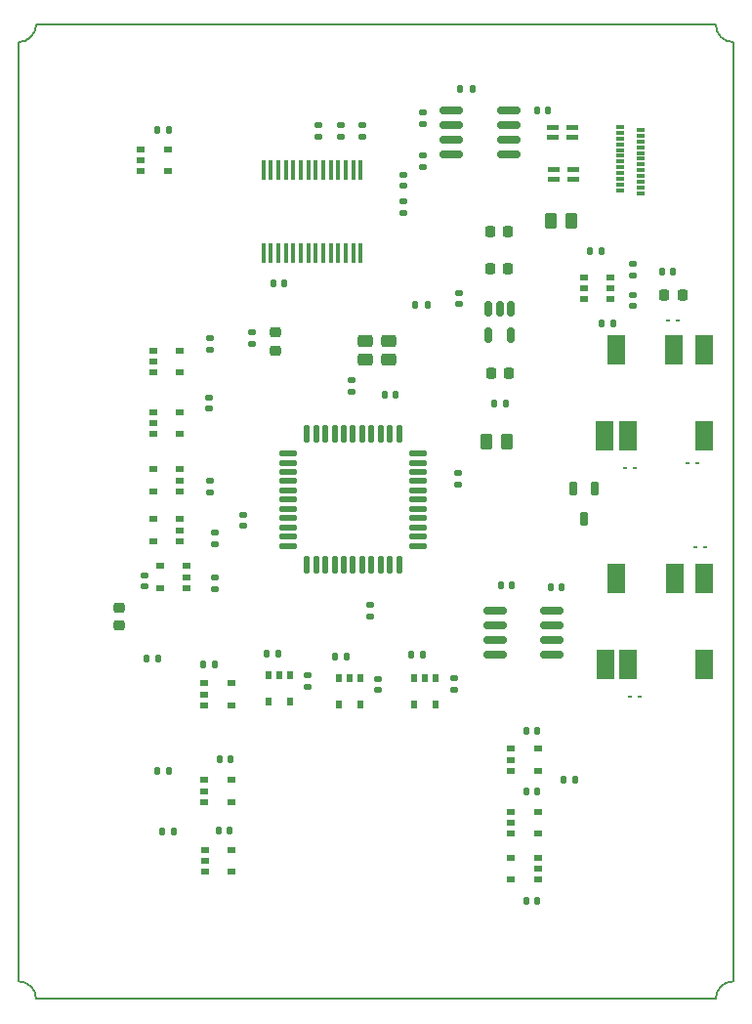
<source format=gbr>
%TF.GenerationSoftware,KiCad,Pcbnew,9.0.0*%
%TF.CreationDate,2025-08-15T00:34:50+01:00*%
%TF.ProjectId,FastStepper,46617374-5374-4657-9070-65722e6b6963,rev?*%
%TF.SameCoordinates,PX71f712cPY8e18f40*%
%TF.FileFunction,Paste,Top*%
%TF.FilePolarity,Positive*%
%FSLAX46Y46*%
G04 Gerber Fmt 4.6, Leading zero omitted, Abs format (unit mm)*
G04 Created by KiCad (PCBNEW 9.0.0) date 2025-08-15 00:34:50*
%MOMM*%
%LPD*%
G01*
G04 APERTURE LIST*
G04 Aperture macros list*
%AMRoundRect*
0 Rectangle with rounded corners*
0 $1 Rounding radius*
0 $2 $3 $4 $5 $6 $7 $8 $9 X,Y pos of 4 corners*
0 Add a 4 corners polygon primitive as box body*
4,1,4,$2,$3,$4,$5,$6,$7,$8,$9,$2,$3,0*
0 Add four circle primitives for the rounded corners*
1,1,$1+$1,$2,$3*
1,1,$1+$1,$4,$5*
1,1,$1+$1,$6,$7*
1,1,$1+$1,$8,$9*
0 Add four rect primitives between the rounded corners*
20,1,$1+$1,$2,$3,$4,$5,0*
20,1,$1+$1,$4,$5,$6,$7,0*
20,1,$1+$1,$6,$7,$8,$9,0*
20,1,$1+$1,$8,$9,$2,$3,0*%
G04 Aperture macros list end*
%ADD10C,0.010000*%
%ADD11RoundRect,0.140000X0.170000X-0.140000X0.170000X0.140000X-0.170000X0.140000X-0.170000X-0.140000X0*%
%ADD12RoundRect,0.135000X0.185000X-0.135000X0.185000X0.135000X-0.185000X0.135000X-0.185000X-0.135000X0*%
%ADD13RoundRect,0.140000X-0.170000X0.140000X-0.170000X-0.140000X0.170000X-0.140000X0.170000X0.140000X0*%
%ADD14RoundRect,0.135000X-0.135000X-0.185000X0.135000X-0.185000X0.135000X0.185000X-0.135000X0.185000X0*%
%ADD15RoundRect,0.225000X-0.225000X-0.250000X0.225000X-0.250000X0.225000X0.250000X-0.225000X0.250000X0*%
%ADD16RoundRect,0.140000X0.140000X0.170000X-0.140000X0.170000X-0.140000X-0.170000X0.140000X-0.170000X0*%
%ADD17RoundRect,0.250000X0.400000X0.300000X-0.400000X0.300000X-0.400000X-0.300000X0.400000X-0.300000X0*%
%ADD18R,0.700000X0.510000*%
%ADD19RoundRect,0.062500X0.117500X0.062500X-0.117500X0.062500X-0.117500X-0.062500X0.117500X-0.062500X0*%
%ADD20RoundRect,0.062500X-0.117500X-0.062500X0.117500X-0.062500X0.117500X0.062500X-0.117500X0.062500X0*%
%ADD21RoundRect,0.150000X-0.825000X-0.150000X0.825000X-0.150000X0.825000X0.150000X-0.825000X0.150000X0*%
%ADD22R,0.510000X0.700000*%
%ADD23RoundRect,0.137500X-0.600000X-0.137500X0.600000X-0.137500X0.600000X0.137500X-0.600000X0.137500X0*%
%ADD24RoundRect,0.137500X-0.137500X-0.600000X0.137500X-0.600000X0.137500X0.600000X-0.137500X0.600000X0*%
%ADD25R,1.600000X2.500000*%
%ADD26R,0.450000X1.750000*%
%ADD27RoundRect,0.250000X-0.262500X-0.450000X0.262500X-0.450000X0.262500X0.450000X-0.262500X0.450000X0*%
%ADD28RoundRect,0.135000X0.135000X0.185000X-0.135000X0.185000X-0.135000X-0.185000X0.135000X-0.185000X0*%
%ADD29RoundRect,0.140000X-0.140000X-0.170000X0.140000X-0.170000X0.140000X0.170000X-0.140000X0.170000X0*%
%ADD30R,0.700000X0.300000*%
%ADD31RoundRect,0.225000X0.225000X0.250000X-0.225000X0.250000X-0.225000X-0.250000X0.225000X-0.250000X0*%
%ADD32RoundRect,0.218750X-0.256250X0.218750X-0.256250X-0.218750X0.256250X-0.218750X0.256250X0.218750X0*%
%ADD33RoundRect,0.150000X-0.150000X0.512500X-0.150000X-0.512500X0.150000X-0.512500X0.150000X0.512500X0*%
%ADD34RoundRect,0.135000X-0.185000X0.135000X-0.185000X-0.135000X0.185000X-0.135000X0.185000X0.135000X0*%
%ADD35RoundRect,0.250000X0.262500X0.450000X-0.262500X0.450000X-0.262500X-0.450000X0.262500X-0.450000X0*%
%ADD36RoundRect,0.225000X-0.250000X0.225000X-0.250000X-0.225000X0.250000X-0.225000X0.250000X0.225000X0*%
%ADD37RoundRect,0.162500X-0.162500X0.447500X-0.162500X-0.447500X0.162500X-0.447500X0.162500X0.447500X0*%
%TA.AperFunction,Profile*%
%ADD38C,0.152400*%
%TD*%
%TA.AperFunction,Profile*%
%ADD39C,0.150000*%
%TD*%
G04 APERTURE END LIST*
D10*
%TO.C,FL1*%
X46761400Y71750000D02*
X45861400Y71750000D01*
X45861400Y72100000D01*
X46761400Y72100000D01*
X46761400Y71750000D01*
G36*
X46761400Y71750000D02*
G01*
X45861400Y71750000D01*
X45861400Y72100000D01*
X46761400Y72100000D01*
X46761400Y71750000D01*
G37*
X46761400Y70900000D02*
X45861400Y70900000D01*
X45861400Y71250000D01*
X46761400Y71250000D01*
X46761400Y70900000D01*
G36*
X46761400Y70900000D02*
G01*
X45861400Y70900000D01*
X45861400Y71250000D01*
X46761400Y71250000D01*
X46761400Y70900000D01*
G37*
X48461400Y71750000D02*
X47561400Y71750000D01*
X47561400Y72100000D01*
X48461400Y72100000D01*
X48461400Y71750000D01*
G36*
X48461400Y71750000D02*
G01*
X47561400Y71750000D01*
X47561400Y72100000D01*
X48461400Y72100000D01*
X48461400Y71750000D01*
G37*
X48461400Y70900000D02*
X47561400Y70900000D01*
X47561400Y71250000D01*
X48461400Y71250000D01*
X48461400Y70900000D01*
G36*
X48461400Y70900000D02*
G01*
X47561400Y70900000D01*
X47561400Y71250000D01*
X48461400Y71250000D01*
X48461400Y70900000D01*
G37*
%TO.C,FL2*%
X46716400Y75350000D02*
X45816400Y75350000D01*
X45816400Y75700000D01*
X46716400Y75700000D01*
X46716400Y75350000D01*
G36*
X46716400Y75350000D02*
G01*
X45816400Y75350000D01*
X45816400Y75700000D01*
X46716400Y75700000D01*
X46716400Y75350000D01*
G37*
X46716400Y74500000D02*
X45816400Y74500000D01*
X45816400Y74850000D01*
X46716400Y74850000D01*
X46716400Y74500000D01*
G36*
X46716400Y74500000D02*
G01*
X45816400Y74500000D01*
X45816400Y74850000D01*
X46716400Y74850000D01*
X46716400Y74500000D01*
G37*
X48416400Y75350000D02*
X47516400Y75350000D01*
X47516400Y75700000D01*
X48416400Y75700000D01*
X48416400Y75350000D01*
G36*
X48416400Y75350000D02*
G01*
X47516400Y75350000D01*
X47516400Y75700000D01*
X48416400Y75700000D01*
X48416400Y75350000D01*
G37*
X48416400Y74500000D02*
X47516400Y74500000D01*
X47516400Y74850000D01*
X48416400Y74850000D01*
X48416400Y74500000D01*
G36*
X48416400Y74500000D02*
G01*
X47516400Y74500000D01*
X47516400Y74850000D01*
X48416400Y74850000D01*
X48416400Y74500000D01*
G37*
%TD*%
D11*
%TO.C,C17*%
X16486000Y51126600D03*
X16486000Y52086600D03*
%TD*%
D12*
%TO.C,R2*%
X53248900Y62640000D03*
X53248900Y63660000D03*
%TD*%
D11*
%TO.C,C14*%
X16613000Y56270000D03*
X16613000Y57230000D03*
%TD*%
D13*
%TO.C,C30*%
X25019000Y28005400D03*
X25019000Y27045400D03*
%TD*%
D14*
%TO.C,R14*%
X21461000Y29938400D03*
X22481000Y29938400D03*
%TD*%
D15*
%TO.C,C24*%
X55973900Y61000000D03*
X57523900Y61000000D03*
%TD*%
D16*
%TO.C,C32*%
X44978900Y8500000D03*
X44018900Y8500000D03*
%TD*%
D11*
%TO.C,C29*%
X19488200Y40959000D03*
X19488200Y41919000D03*
%TD*%
D14*
%TO.C,R22*%
X12438900Y14500000D03*
X13458900Y14500000D03*
%TD*%
D17*
%TO.C,X6*%
X32098900Y57000000D03*
X29998900Y57000000D03*
X29998900Y55350000D03*
X32098900Y55350000D03*
%TD*%
D18*
%TO.C,IC6*%
X13987000Y43974400D03*
X13987000Y44924400D03*
X13987000Y45874400D03*
X11667000Y45874400D03*
X11667000Y43974400D03*
%TD*%
%TO.C,IC22*%
X42678900Y21650000D03*
X42678900Y20700000D03*
X42678900Y19750000D03*
X44998900Y19750000D03*
X44998900Y21650000D03*
%TD*%
D13*
%TO.C,C31*%
X31103971Y27733623D03*
X31103971Y26773623D03*
%TD*%
D16*
%TO.C,C18*%
X56728900Y63000000D03*
X55768900Y63000000D03*
%TD*%
D18*
%TO.C,U1*%
X48998900Y62500000D03*
X48998900Y61550000D03*
X48998900Y60600000D03*
X51318900Y60600000D03*
X51318900Y61550000D03*
X51318900Y62500000D03*
%TD*%
D11*
%TO.C,C36*%
X53248900Y60020000D03*
X53248900Y60980000D03*
%TD*%
D12*
%TO.C,R27*%
X34998900Y75790000D03*
X34998900Y76810000D03*
%TD*%
D19*
%TO.C,D1*%
X57978900Y46400000D03*
X58818900Y46400000D03*
%TD*%
D20*
%TO.C,D2*%
X57118900Y58750000D03*
X56278900Y58750000D03*
%TD*%
D18*
%TO.C,IC13*%
X16088900Y18950000D03*
X16088900Y18000000D03*
X16088900Y17050000D03*
X18408900Y17050000D03*
X18408900Y18950000D03*
%TD*%
D21*
%TO.C,U2*%
X37523900Y76955000D03*
X37523900Y75685000D03*
X37523900Y74415000D03*
X37523900Y73145000D03*
X42473900Y73145000D03*
X42473900Y74415000D03*
X42473900Y75685000D03*
X42473900Y76955000D03*
%TD*%
%TO.C,U3*%
X41298900Y33610000D03*
X41298900Y32340000D03*
X41298900Y31070000D03*
X41298900Y29800000D03*
X46248900Y29800000D03*
X46248900Y31070000D03*
X46248900Y32340000D03*
X46248900Y33610000D03*
%TD*%
D18*
%TO.C,IC2*%
X11667000Y56161400D03*
X11667000Y55211400D03*
X11667000Y54261400D03*
X13987000Y54261400D03*
X13987000Y56161400D03*
%TD*%
D14*
%TO.C,R25*%
X50488900Y58550000D03*
X51508900Y58550000D03*
%TD*%
D18*
%TO.C,IC5*%
X13987000Y39656400D03*
X13987000Y40606400D03*
X13987000Y41556400D03*
X11667000Y41556400D03*
X11667000Y39656400D03*
%TD*%
D22*
%TO.C,IC15*%
X36129000Y27796400D03*
X35179000Y27796400D03*
X34229000Y27796400D03*
X34229000Y25476400D03*
X36129000Y25476400D03*
%TD*%
D23*
%TO.C,IC8*%
X23310500Y47243400D03*
X23310500Y46443400D03*
X23310500Y45643400D03*
X23310500Y44843400D03*
X23310500Y44043400D03*
X23310500Y43243400D03*
X23310500Y42443400D03*
X23310500Y41643400D03*
X23310500Y40843400D03*
X23310500Y40043400D03*
X23310500Y39243400D03*
D24*
X24973000Y37580900D03*
X25773000Y37580900D03*
X26573000Y37580900D03*
X27373000Y37580900D03*
X28173000Y37580900D03*
X28973000Y37580900D03*
X29773000Y37580900D03*
X30573000Y37580900D03*
X31373000Y37580900D03*
X32173000Y37580900D03*
X32973000Y37580900D03*
D23*
X34635500Y39243400D03*
X34635500Y40043400D03*
X34635500Y40843400D03*
X34635500Y41643400D03*
X34635500Y42443400D03*
X34635500Y43243400D03*
X34635500Y44043400D03*
X34635500Y44843400D03*
X34635500Y45643400D03*
X34635500Y46443400D03*
X34635500Y47243400D03*
D24*
X32973000Y48905900D03*
X32173000Y48905900D03*
X31373000Y48905900D03*
X30573000Y48905900D03*
X29773000Y48905900D03*
X28973000Y48905900D03*
X28173000Y48905900D03*
X27373000Y48905900D03*
X26573000Y48905900D03*
X25773000Y48905900D03*
X24973000Y48905900D03*
%TD*%
D25*
%TO.C,J2*%
X59433666Y36450000D03*
X52833666Y28950000D03*
X56833666Y36450000D03*
X59433666Y28950000D03*
X50833666Y28950000D03*
X51833666Y36450000D03*
%TD*%
D16*
%TO.C,C33*%
X44978900Y23250000D03*
X44018900Y23250000D03*
%TD*%
D20*
%TO.C,D7*%
X59518900Y39100000D03*
X58678900Y39100000D03*
%TD*%
D22*
%TO.C,IC16*%
X29652000Y27796400D03*
X28702000Y27796400D03*
X27752000Y27796400D03*
X27752000Y25476400D03*
X29652000Y25476400D03*
%TD*%
D26*
%TO.C,IC1*%
X21198900Y64597207D03*
X21848900Y64597207D03*
X22498900Y64597207D03*
X23148900Y64597207D03*
X23798900Y64597207D03*
X24448900Y64597207D03*
X25098900Y64597207D03*
X25748900Y64597207D03*
X26398900Y64597207D03*
X27048900Y64597207D03*
X27698900Y64597207D03*
X28348900Y64597207D03*
X28998900Y64597207D03*
X29648900Y64597207D03*
X29648900Y71797207D03*
X28998900Y71797207D03*
X28348900Y71797207D03*
X27698900Y71797207D03*
X27048900Y71797207D03*
X26398900Y71797207D03*
X25748900Y71797207D03*
X25098900Y71797207D03*
X24448900Y71797207D03*
X23798900Y71797207D03*
X23148900Y71797207D03*
X22498900Y71797207D03*
X21848900Y71797207D03*
X21198900Y71797207D03*
%TD*%
D27*
%TO.C,L1*%
X46086400Y67400000D03*
X47911400Y67400000D03*
%TD*%
D16*
%TO.C,C20*%
X18286900Y14607000D03*
X17326900Y14607000D03*
%TD*%
D18*
%TO.C,IC18*%
X16088900Y27332400D03*
X16088900Y26382400D03*
X16088900Y25432400D03*
X18408900Y25432400D03*
X18408900Y27332400D03*
%TD*%
D28*
%TO.C,R24*%
X39308900Y78800000D03*
X38288900Y78800000D03*
%TD*%
D16*
%TO.C,C9*%
X23010000Y62000000D03*
X22050000Y62000000D03*
%TD*%
D20*
%TO.C,D3*%
X53418900Y46000000D03*
X52578900Y46000000D03*
%TD*%
D11*
%TO.C,C27*%
X28892400Y52604200D03*
X28892400Y53564200D03*
%TD*%
D14*
%TO.C,R15*%
X47238900Y19000000D03*
X48258900Y19000000D03*
%TD*%
D29*
%TO.C,C21*%
X16018900Y29000000D03*
X16978900Y29000000D03*
%TD*%
D30*
%TO.C,J1*%
X52173900Y70037500D03*
X52173900Y70537500D03*
X52173900Y71037500D03*
X52173900Y71537500D03*
X52173900Y72037500D03*
X52173900Y72537500D03*
X52173900Y73037500D03*
X52173900Y73537500D03*
X52173900Y74037500D03*
X52173900Y74537500D03*
X52173900Y75037500D03*
X52173900Y75537500D03*
X53873900Y75287500D03*
X53873900Y74787500D03*
X53873900Y74287500D03*
X53873900Y73787500D03*
X53873900Y73287500D03*
X53873900Y72787500D03*
X53873900Y72287500D03*
X53873900Y71787500D03*
X53873900Y71287500D03*
X53873900Y70787500D03*
X53873900Y70287500D03*
X53873900Y69787500D03*
%TD*%
D15*
%TO.C,C8*%
X40853400Y66493600D03*
X42403400Y66493600D03*
%TD*%
D13*
%TO.C,C22*%
X37719000Y27751400D03*
X37719000Y26791400D03*
%TD*%
D31*
%TO.C,C11*%
X42510800Y54165400D03*
X40960800Y54165400D03*
%TD*%
D18*
%TO.C,IC11*%
X11667000Y50827400D03*
X11667000Y49877400D03*
X11667000Y48927400D03*
X13987000Y48927400D03*
X13987000Y50827400D03*
%TD*%
D16*
%TO.C,C25*%
X32677400Y52304400D03*
X31717400Y52304400D03*
%TD*%
D18*
%TO.C,IC4*%
X14558900Y35592400D03*
X14558900Y36542400D03*
X14558900Y37492400D03*
X12238900Y37492400D03*
X12238900Y35592400D03*
%TD*%
D13*
%TO.C,C26*%
X38040600Y45529200D03*
X38040600Y44569200D03*
%TD*%
D15*
%TO.C,C10*%
X40833800Y63284000D03*
X42383800Y63284000D03*
%TD*%
D32*
%TO.C,STATE0*%
X22208000Y57758900D03*
X22208000Y56183900D03*
%TD*%
D22*
%TO.C,IC17*%
X23556000Y28050400D03*
X22606000Y28050400D03*
X21656000Y28050400D03*
X21656000Y25730400D03*
X23556000Y25730400D03*
%TD*%
D16*
%TO.C,C34*%
X12978900Y75265946D03*
X12018900Y75265946D03*
%TD*%
D12*
%TO.C,R12*%
X16994800Y35521400D03*
X16994800Y36541400D03*
%TD*%
D16*
%TO.C,C3*%
X42778900Y35805000D03*
X41818900Y35805000D03*
%TD*%
D33*
%TO.C,IC3*%
X42635000Y59747900D03*
X41685000Y59747900D03*
X40735000Y59747900D03*
X40735000Y57472900D03*
X42635000Y57472900D03*
%TD*%
D13*
%TO.C,C38*%
X10870800Y36680000D03*
X10870800Y35720000D03*
%TD*%
D14*
%TO.C,R34*%
X34395150Y60122200D03*
X35415150Y60122200D03*
%TD*%
D11*
%TO.C,C4*%
X33298900Y70420000D03*
X33298900Y71380000D03*
%TD*%
D12*
%TO.C,R18*%
X27896300Y74668207D03*
X27896300Y75688207D03*
%TD*%
D11*
%TO.C,C7*%
X29772900Y74718207D03*
X29772900Y75678207D03*
%TD*%
D12*
%TO.C,R6*%
X16613800Y43903400D03*
X16613800Y44923400D03*
%TD*%
D13*
%TO.C,C6*%
X33298900Y69080000D03*
X33298900Y68120000D03*
%TD*%
D14*
%TO.C,R23*%
X12038900Y19700000D03*
X13058900Y19700000D03*
%TD*%
D16*
%TO.C,C35*%
X44978900Y18000000D03*
X44018900Y18000000D03*
%TD*%
D18*
%TO.C,IC19*%
X44998900Y10300000D03*
X44998900Y11250000D03*
X44998900Y12200000D03*
X42678900Y12200000D03*
X42678900Y10300000D03*
%TD*%
D28*
%TO.C,R5*%
X50508900Y64750000D03*
X49488900Y64750000D03*
%TD*%
D12*
%TO.C,R1*%
X20210000Y56740000D03*
X20210000Y57760000D03*
%TD*%
D25*
%TO.C,J3*%
X59413900Y56250000D03*
X52813900Y48750000D03*
X56813900Y56250000D03*
X59413900Y48750000D03*
X50813900Y48750000D03*
X51813900Y56250000D03*
%TD*%
D11*
%TO.C,C5*%
X25998900Y74718207D03*
X25998900Y75678207D03*
%TD*%
D18*
%TO.C,IC20*%
X42678900Y16200000D03*
X42678900Y15250000D03*
X42678900Y14300000D03*
X44998900Y14300000D03*
X44998900Y16200000D03*
%TD*%
D16*
%TO.C,C12*%
X42207200Y51561200D03*
X41247200Y51561200D03*
%TD*%
%TO.C,C19*%
X18363900Y20794000D03*
X17403900Y20794000D03*
%TD*%
D29*
%TO.C,C40*%
X44938900Y77000000D03*
X45898900Y77000000D03*
%TD*%
D18*
%TO.C,IC14*%
X16138900Y12890000D03*
X16138900Y11940000D03*
X16138900Y10990000D03*
X18458900Y10990000D03*
X18458900Y12890000D03*
%TD*%
D29*
%TO.C,C37*%
X46123900Y35655000D03*
X47083900Y35655000D03*
%TD*%
D14*
%TO.C,R16*%
X11075856Y29500000D03*
X12095856Y29500000D03*
%TD*%
D18*
%TO.C,IC21*%
X10588900Y73615946D03*
X10588900Y72665946D03*
X10588900Y71715946D03*
X12908900Y71715946D03*
X12908900Y73615946D03*
%TD*%
D20*
%TO.C,D8*%
X53818900Y26200000D03*
X52978900Y26200000D03*
%TD*%
D13*
%TO.C,C28*%
X30488800Y34094000D03*
X30488800Y33134000D03*
%TD*%
D34*
%TO.C,R26*%
X34998900Y73110000D03*
X34998900Y72090000D03*
%TD*%
D12*
%TO.C,R13*%
X16994800Y39394900D03*
X16994800Y40414900D03*
%TD*%
D35*
%TO.C,L2*%
X42323700Y48298000D03*
X40498700Y48298000D03*
%TD*%
D36*
%TO.C,C39*%
X8698900Y33875000D03*
X8698900Y32325000D03*
%TD*%
D37*
%TO.C,Q1*%
X49948900Y44210000D03*
X48048900Y44210000D03*
X48998900Y41590000D03*
%TD*%
D14*
%TO.C,R11*%
X34034000Y29811400D03*
X35054000Y29811400D03*
%TD*%
D11*
%TO.C,C13*%
X38144800Y60188250D03*
X38144800Y61148250D03*
%TD*%
D14*
%TO.C,R10*%
X27430000Y29684400D03*
X28450000Y29684400D03*
%TD*%
D38*
X60423900Y0D02*
G75*
G02*
X61923900Y1500000I1500000J0D01*
G01*
X1500000Y0D02*
X60423900Y0D01*
X0Y1500000D02*
G75*
G02*
X1500000Y0I0J-1500000D01*
G01*
X1500000Y84400000D02*
G75*
G02*
X0Y82900000I-1500000J0D01*
G01*
D39*
X61923900Y1500000D02*
X61923900Y82900000D01*
D38*
X60423900Y84400000D02*
X1500000Y84400000D01*
X0Y82900000D02*
X0Y1500000D01*
X61923900Y82900000D02*
G75*
G02*
X60423900Y84400000I0J1500000D01*
G01*
M02*

</source>
